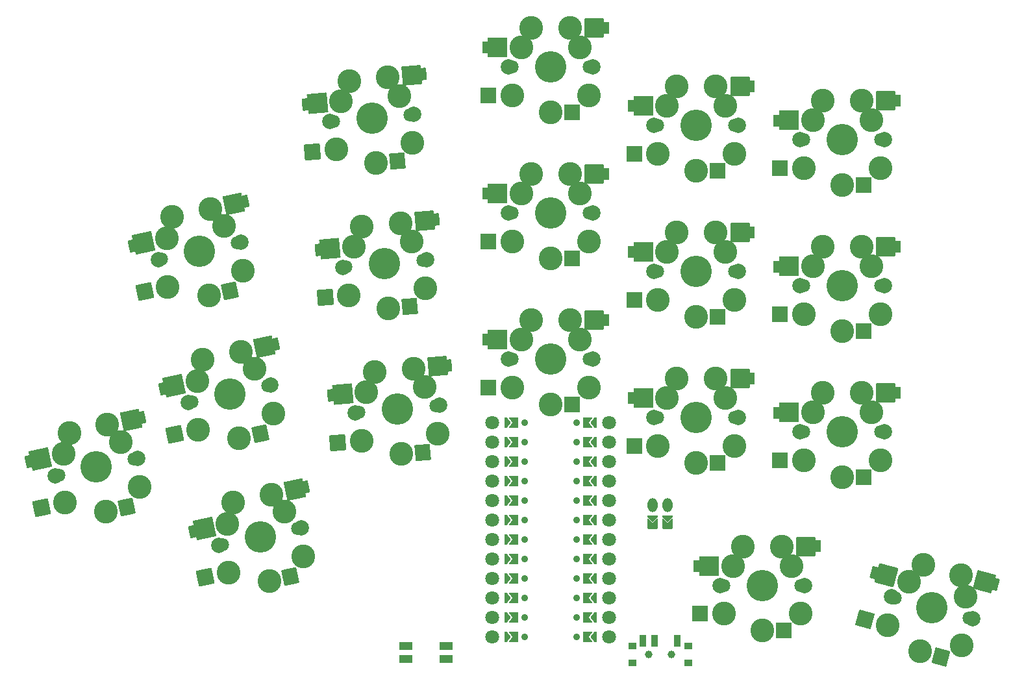
<source format=gbr>
%TF.GenerationSoftware,KiCad,Pcbnew,8.0.4*%
%TF.CreationDate,2025-04-02T23:57:16+02:00*%
%TF.ProjectId,reversible_split,72657665-7273-4696-926c-655f73706c69,v1.0.0*%
%TF.SameCoordinates,Original*%
%TF.FileFunction,Soldermask,Bot*%
%TF.FilePolarity,Negative*%
%FSLAX46Y46*%
G04 Gerber Fmt 4.6, Leading zero omitted, Abs format (unit mm)*
G04 Created by KiCad (PCBNEW 8.0.4) date 2025-04-02 23:57:16*
%MOMM*%
%LPD*%
G01*
G04 APERTURE LIST*
G04 Aperture macros list*
%AMRoundRect*
0 Rectangle with rounded corners*
0 $1 Rounding radius*
0 $2 $3 $4 $5 $6 $7 $8 $9 X,Y pos of 4 corners*
0 Add a 4 corners polygon primitive as box body*
4,1,4,$2,$3,$4,$5,$6,$7,$8,$9,$2,$3,0*
0 Add four circle primitives for the rounded corners*
1,1,$1+$1,$2,$3*
1,1,$1+$1,$4,$5*
1,1,$1+$1,$6,$7*
1,1,$1+$1,$8,$9*
0 Add four rect primitives between the rounded corners*
20,1,$1+$1,$2,$3,$4,$5,0*
20,1,$1+$1,$4,$5,$6,$7,0*
20,1,$1+$1,$6,$7,$8,$9,0*
20,1,$1+$1,$8,$9,$2,$3,0*%
%AMFreePoly0*
4,1,16,0.635355,0.285355,0.650000,0.250000,0.650000,-1.000000,0.635355,-1.035355,0.600000,-1.050000,0.564645,-1.035355,0.000000,-0.470710,-0.564645,-1.035355,-0.600000,-1.050000,-0.635355,-1.035355,-0.650000,-1.000000,-0.650000,0.250000,-0.635355,0.285355,-0.600000,0.300000,0.600000,0.300000,0.635355,0.285355,0.635355,0.285355,$1*%
%AMFreePoly1*
4,1,14,0.035355,0.435355,0.635355,-0.164645,0.650000,-0.200000,0.650000,-0.400000,0.635355,-0.435355,0.600000,-0.450000,-0.600000,-0.450000,-0.635355,-0.435355,-0.650000,-0.400000,-0.650000,-0.200000,-0.635355,-0.164645,-0.035355,0.435355,0.000000,0.450000,0.035355,0.435355,0.035355,0.435355,$1*%
%AMFreePoly2*
4,1,16,0.535355,0.660355,0.550000,0.625000,0.550000,-0.625000,0.535355,-0.660355,0.500000,-0.675000,0.250000,-0.675000,0.214645,-0.660355,0.210957,-0.656235,-0.289043,-0.031235,-0.299694,0.005522,-0.289043,0.031235,0.210957,0.656235,0.244478,0.674694,0.250000,0.675000,0.500000,0.675000,0.535355,0.660355,0.535355,0.660355,$1*%
%AMFreePoly3*
4,1,16,0.685355,0.660355,0.700000,0.625000,0.689043,0.593765,0.214031,0.000000,0.689043,-0.593765,0.699694,-0.630522,0.681235,-0.664043,0.650000,-0.675000,-0.500000,-0.675000,-0.535355,-0.660355,-0.550000,-0.625000,-0.550000,0.625000,-0.535355,0.660355,-0.500000,0.675000,0.650000,0.675000,0.685355,0.660355,0.685355,0.660355,$1*%
G04 Aperture macros list end*
%ADD10C,2.000000*%
%ADD11C,1.800000*%
%ADD12C,3.100000*%
%ADD13C,0.200000*%
%ADD14C,4.100000*%
%ADD15RoundRect,0.050000X-0.283301X-0.777651X0.414035X-0.716642X0.283301X0.777651X-0.414035X0.716642X0*%
%ADD16RoundRect,0.050000X0.909039X1.083350X-1.083350X0.909039X-0.909039X-1.083350X1.083350X-0.909039X0*%
%ADD17RoundRect,0.050000X1.136299X1.354188X-1.354188X1.136299X-1.136299X-1.354188X1.354188X-1.136299X0*%
%ADD18RoundRect,0.050000X0.859229X1.078993X-1.033541X0.913397X-0.859229X-1.078993X1.033541X-0.913397X0*%
%ADD19RoundRect,0.050000X1.090847X1.300021X-1.300021X1.090847X-1.090847X-1.300021X1.300021X-1.090847X0*%
%ADD20RoundRect,0.050000X-0.350000X-0.750000X0.350000X-0.750000X0.350000X0.750000X-0.350000X0.750000X0*%
%ADD21RoundRect,0.050000X1.000000X1.000000X-1.000000X1.000000X-1.000000X-1.000000X1.000000X-1.000000X0*%
%ADD22RoundRect,0.050000X1.250000X1.250000X-1.250000X1.250000X-1.250000X-1.250000X1.250000X-1.250000X0*%
%ADD23RoundRect,0.050000X0.950000X1.000000X-0.950000X1.000000X-0.950000X-1.000000X0.950000X-1.000000X0*%
%ADD24RoundRect,0.050000X1.200000X1.200000X-1.200000X1.200000X-1.200000X-1.200000X1.200000X-1.200000X0*%
%ADD25RoundRect,0.050000X0.500000X0.400000X-0.500000X0.400000X-0.500000X-0.400000X0.500000X-0.400000X0*%
%ADD26C,1.000000*%
%ADD27RoundRect,0.050000X0.350000X0.750000X-0.350000X0.750000X-0.350000X-0.750000X0.350000X-0.750000X0*%
%ADD28RoundRect,0.050000X-0.186418X-0.806380X0.498285X-0.660842X0.186418X0.806380X-0.498285X0.660842X0*%
%ADD29RoundRect,0.050000X0.770236X1.186059X-1.186059X0.770236X-0.770236X-1.186059X1.186059X-0.770236X0*%
%ADD30RoundRect,0.050000X0.962795X1.482574X-1.482574X0.962795X-0.962795X-1.482574X1.482574X-0.962795X0*%
%ADD31RoundRect,0.050000X0.721329X1.175664X-1.137152X0.780631X-0.721329X-1.175664X1.137152X-0.780631X0*%
%ADD32RoundRect,0.050000X0.924283X1.423271X-1.423271X0.924283X-0.924283X-1.423271X1.423271X-0.924283X0*%
%ADD33RoundRect,0.050000X-0.532188X-0.633858X0.143960X-0.815031X0.532188X0.633858X-0.143960X0.815031X0*%
%ADD34RoundRect,0.050000X1.224745X0.707107X-0.707107X1.224745X-1.224745X-0.707107X0.707107X-1.224745X0*%
%ADD35RoundRect,0.050000X1.530931X0.883883X-0.883883X1.530931X-1.530931X-0.883883X0.883883X-1.530931X0*%
%ADD36RoundRect,0.050000X1.176449X0.720048X-0.658810X1.211804X-1.176449X-0.720048X0.658810X-1.211804X0*%
%ADD37RoundRect,0.050000X1.469694X0.848528X-0.848528X1.469694X-1.469694X-0.848528X0.848528X-1.469694X0*%
%ADD38RoundRect,0.050000X-0.775000X-0.500000X0.775000X-0.500000X0.775000X0.500000X-0.775000X0.500000X0*%
%ADD39FreePoly0,180.000000*%
%ADD40O,1.300000X1.850000*%
%ADD41FreePoly1,180.000000*%
%ADD42FreePoly2,0.000000*%
%ADD43FreePoly2,180.000000*%
%ADD44C,0.900000*%
%ADD45FreePoly3,180.000000*%
%ADD46FreePoly3,0.000000*%
G04 APERTURE END LIST*
D10*
%TO.C,S5*%
X156310175Y-96564097D03*
D11*
X156728577Y-96527491D03*
D12*
X157130749Y-100206438D03*
D13*
X157753939Y-93847928D03*
D12*
X157772369Y-93886468D03*
X158816160Y-91245444D03*
D14*
X161789246Y-96084740D03*
D12*
X162303465Y-101962289D03*
X163876829Y-90802695D03*
X165363373Y-93222341D03*
X165363373Y-93222341D03*
D13*
X165374829Y-93181187D03*
D12*
X167092696Y-99334882D03*
D11*
X166849915Y-95641989D03*
D10*
X167268317Y-95605383D03*
D15*
X153103702Y-94335077D03*
D16*
X154042545Y-100476622D03*
D17*
X154694127Y-94155780D03*
D18*
X165092810Y-101718252D03*
D19*
X167024805Y-90527283D03*
D15*
X168517354Y-90376628D03*
%TD*%
D10*
%TO.C,S13*%
X195274991Y-59075522D03*
D11*
X195694991Y-59075522D03*
D12*
X195774991Y-62775522D03*
D13*
X196949991Y-56495522D03*
D12*
X196964991Y-56535520D03*
X198234991Y-53995520D03*
D14*
X200774991Y-59075522D03*
D12*
X200774991Y-64975522D03*
X203314991Y-53995522D03*
X204584991Y-56535522D03*
X204584991Y-56535522D03*
D13*
X204599991Y-56495522D03*
D12*
X205774990Y-62775522D03*
D11*
X205854991Y-59075522D03*
D10*
X206274991Y-59075522D03*
D20*
X192274991Y-56575522D03*
D21*
X192674991Y-62775522D03*
D22*
X193874991Y-56535523D03*
D23*
X203574991Y-64975522D03*
D24*
X206474992Y-53995522D03*
D20*
X207974991Y-53975523D03*
%TD*%
D25*
%TO.C,PWR1*%
X199712495Y-126951521D03*
X192412493Y-126951521D03*
D26*
X197562495Y-128061520D03*
X194562493Y-128061521D03*
D25*
X192412494Y-129161519D03*
X199712493Y-129161522D03*
D27*
X198312494Y-126301521D03*
X195312493Y-126301521D03*
X193812494Y-126301521D03*
%TD*%
D10*
%TO.C,S7*%
X152989541Y-58609078D03*
D11*
X153407943Y-58572472D03*
D12*
X153810115Y-62251419D03*
D13*
X154433305Y-55892909D03*
D12*
X154451735Y-55931449D03*
X155495526Y-53290425D03*
D14*
X158468612Y-58129721D03*
D12*
X158982831Y-64007270D03*
X160556195Y-52847676D03*
X162042739Y-55267322D03*
X162042739Y-55267322D03*
D13*
X162054195Y-55226168D03*
D12*
X163772062Y-61379863D03*
D11*
X163529281Y-57686970D03*
D10*
X163947683Y-57650364D03*
D15*
X149783068Y-56380058D03*
D16*
X150721911Y-62521603D03*
D17*
X151373493Y-56200761D03*
D18*
X161772176Y-63763233D03*
D19*
X163704171Y-52572264D03*
D15*
X165196720Y-52421609D03*
%TD*%
D10*
%TO.C,S3*%
X134565706Y-95249583D03*
D11*
X134976528Y-95162260D03*
D12*
X135824052Y-98764774D03*
D13*
X135667691Y-92377710D03*
D12*
X135690680Y-92413717D03*
X136404832Y-89665175D03*
D14*
X139945518Y-94106069D03*
D12*
X141172197Y-99877140D03*
X141373822Y-88608983D03*
X143144165Y-90829432D03*
X143144165Y-90829432D03*
D13*
X143150520Y-90787187D03*
D12*
X145605529Y-96685657D03*
D11*
X144914508Y-93049878D03*
D10*
X145325330Y-92962555D03*
D28*
X131111484Y-93427950D03*
D29*
X132791796Y-99409300D03*
D30*
X132668204Y-93056163D03*
D31*
X143911010Y-99294986D03*
D32*
X144464768Y-87951983D03*
D28*
X145927831Y-87620552D03*
%TD*%
D10*
%TO.C,S16*%
X214274994Y-60980523D03*
D11*
X214694994Y-60980523D03*
D12*
X214774994Y-64680523D03*
D13*
X215949994Y-58400523D03*
D12*
X215964994Y-58440521D03*
X217234994Y-55900521D03*
D14*
X219774994Y-60980523D03*
D12*
X219774994Y-66880523D03*
X222314994Y-55900523D03*
X223584994Y-58440523D03*
X223584994Y-58440523D03*
D13*
X223599994Y-58400523D03*
D12*
X224774993Y-64680523D03*
D11*
X224854994Y-60980523D03*
D10*
X225274994Y-60980523D03*
D20*
X211274994Y-58480523D03*
D21*
X211674994Y-64680523D03*
D22*
X212874994Y-58440524D03*
D23*
X222574994Y-66880523D03*
D24*
X225474995Y-55900523D03*
D20*
X226974994Y-55880524D03*
%TD*%
D10*
%TO.C,S15*%
X214274992Y-80030523D03*
D11*
X214694992Y-80030523D03*
D12*
X214774992Y-83730523D03*
D13*
X215949992Y-77450523D03*
D12*
X215964992Y-77490521D03*
X217234992Y-74950521D03*
D14*
X219774992Y-80030523D03*
D12*
X219774992Y-85930523D03*
X222314992Y-74950523D03*
X223584992Y-77490523D03*
X223584992Y-77490523D03*
D13*
X223599992Y-77450523D03*
D12*
X224774991Y-83730523D03*
D11*
X224854992Y-80030523D03*
D10*
X225274992Y-80030523D03*
D20*
X211274992Y-77530523D03*
D21*
X211674992Y-83730523D03*
D22*
X212874992Y-77490524D03*
D23*
X222574992Y-85930523D03*
D24*
X225474993Y-74950523D03*
D20*
X226974992Y-74930524D03*
%TD*%
D10*
%TO.C,S18*%
X226211693Y-120579148D03*
D11*
X226617382Y-120687853D03*
D12*
X225737024Y-124282485D03*
D13*
X228497372Y-118520583D03*
D12*
X228501508Y-118563101D03*
X230385634Y-116438350D03*
D14*
X231524285Y-122002654D03*
D12*
X229997253Y-127701616D03*
X235292537Y-117753151D03*
X235861863Y-120535303D03*
X235861863Y-120535303D03*
D13*
X235886705Y-120500548D03*
D12*
X235396284Y-126870675D03*
D11*
X236431188Y-123317455D03*
D10*
X236836877Y-123426160D03*
D33*
X223960961Y-117387878D03*
D34*
X222742655Y-123480145D03*
D35*
X225516797Y-117763351D03*
D36*
X232701845Y-128426310D03*
D37*
X238344863Y-118571019D03*
D33*
X239798928Y-118939929D03*
%TD*%
D10*
%TO.C,S12*%
X195274992Y-78125520D03*
D11*
X195694992Y-78125520D03*
D12*
X195774992Y-81825520D03*
D13*
X196949992Y-75545520D03*
D12*
X196964992Y-75585518D03*
X198234992Y-73045518D03*
D14*
X200774992Y-78125520D03*
D12*
X200774992Y-84025520D03*
X203314992Y-73045520D03*
X204584992Y-75585520D03*
X204584992Y-75585520D03*
D13*
X204599992Y-75545520D03*
D12*
X205774991Y-81825520D03*
D11*
X205854992Y-78125520D03*
D10*
X206274992Y-78125520D03*
D20*
X192274992Y-75625520D03*
D21*
X192674992Y-81825520D03*
D22*
X193874992Y-75585521D03*
D23*
X203574992Y-84025520D03*
D24*
X206474993Y-73045520D03*
D20*
X207974992Y-73025521D03*
%TD*%
D10*
%TO.C,S14*%
X214274991Y-99080524D03*
D11*
X214694991Y-99080524D03*
D12*
X214774991Y-102780524D03*
D13*
X215949991Y-96500524D03*
D12*
X215964991Y-96540522D03*
X217234991Y-94000522D03*
D14*
X219774991Y-99080524D03*
D12*
X219774991Y-104980524D03*
X222314991Y-94000524D03*
X223584991Y-96540524D03*
X223584991Y-96540524D03*
D13*
X223599991Y-96500524D03*
D12*
X224774990Y-102780524D03*
D11*
X224854991Y-99080524D03*
D10*
X225274991Y-99080524D03*
D20*
X211274991Y-96580524D03*
D21*
X211674991Y-102780524D03*
D22*
X212874991Y-96540525D03*
D23*
X222574991Y-104980524D03*
D24*
X225474992Y-94000524D03*
D20*
X226974991Y-93980525D03*
%TD*%
D10*
%TO.C,S2*%
X138526430Y-113883292D03*
D11*
X138937252Y-113795969D03*
D12*
X139784776Y-117398483D03*
D13*
X139628415Y-111011419D03*
D12*
X139651404Y-111047426D03*
X140365556Y-108298884D03*
D14*
X143906242Y-112739778D03*
D12*
X145132921Y-118510849D03*
X145334546Y-107242692D03*
X147104889Y-109463141D03*
X147104889Y-109463141D03*
D13*
X147111244Y-109420896D03*
D12*
X149566253Y-115319366D03*
D11*
X148875232Y-111683587D03*
D10*
X149286054Y-111596264D03*
D28*
X135072208Y-112061659D03*
D29*
X136752520Y-118043009D03*
D30*
X136628928Y-111689872D03*
D31*
X147871734Y-117928695D03*
D32*
X148425492Y-106585692D03*
D28*
X149888555Y-106254261D03*
%TD*%
D10*
%TO.C,S6*%
X154649863Y-77586588D03*
D11*
X155068265Y-77549982D03*
D12*
X155470437Y-81228929D03*
D13*
X156093627Y-74870419D03*
D12*
X156112057Y-74908959D03*
X157155848Y-72267935D03*
D14*
X160128934Y-77107231D03*
D12*
X160643153Y-82984780D03*
X162216517Y-71825186D03*
X163703061Y-74244832D03*
X163703061Y-74244832D03*
D13*
X163714517Y-74203678D03*
D12*
X165432384Y-80357373D03*
D11*
X165189603Y-76664480D03*
D10*
X165608005Y-76627874D03*
D15*
X151443390Y-75357568D03*
D16*
X152382233Y-81499113D03*
D17*
X153033815Y-75178271D03*
D18*
X163432498Y-82740743D03*
D19*
X165364493Y-71549774D03*
D15*
X166857042Y-71399119D03*
%TD*%
D10*
%TO.C,S11*%
X195274991Y-97175522D03*
D11*
X195694991Y-97175522D03*
D12*
X195774991Y-100875522D03*
D13*
X196949991Y-94595522D03*
D12*
X196964991Y-94635520D03*
X198234991Y-92095520D03*
D14*
X200774991Y-97175522D03*
D12*
X200774991Y-103075522D03*
X203314991Y-92095522D03*
X204584991Y-94635522D03*
X204584991Y-94635522D03*
D13*
X204599991Y-94595522D03*
D12*
X205774990Y-100875522D03*
D11*
X205854991Y-97175522D03*
D10*
X206274991Y-97175522D03*
D20*
X192274991Y-94675522D03*
D21*
X192674991Y-100875522D03*
D22*
X193874991Y-94635523D03*
D23*
X203574991Y-103075522D03*
D24*
X206474992Y-92095522D03*
D20*
X207974991Y-92075523D03*
%TD*%
D10*
%TO.C,S8*%
X176274992Y-89555523D03*
D11*
X176694992Y-89555523D03*
D12*
X176774992Y-93255523D03*
D13*
X177949992Y-86975523D03*
D12*
X177964992Y-87015521D03*
X179234992Y-84475521D03*
D14*
X181774992Y-89555523D03*
D12*
X181774992Y-95455523D03*
X184314992Y-84475523D03*
X185584992Y-87015523D03*
X185584992Y-87015523D03*
D13*
X185599992Y-86975523D03*
D12*
X186774991Y-93255523D03*
D11*
X186854992Y-89555523D03*
D10*
X187274992Y-89555523D03*
D20*
X173274992Y-87055523D03*
D21*
X173674992Y-93255523D03*
D22*
X174874992Y-87015524D03*
D23*
X184574992Y-95455523D03*
D24*
X187474993Y-84475523D03*
D20*
X188974992Y-84455524D03*
%TD*%
D10*
%TO.C,S10*%
X176274991Y-51455525D03*
D11*
X176694991Y-51455525D03*
D12*
X176774991Y-55155525D03*
D13*
X177949991Y-48875525D03*
D12*
X177964991Y-48915523D03*
X179234991Y-46375523D03*
D14*
X181774991Y-51455525D03*
D12*
X181774991Y-57355525D03*
X184314991Y-46375525D03*
X185584991Y-48915525D03*
X185584991Y-48915525D03*
D13*
X185599991Y-48875525D03*
D12*
X186774990Y-55155525D03*
D11*
X186854991Y-51455525D03*
D10*
X187274991Y-51455525D03*
D20*
X173274991Y-48955525D03*
D21*
X173674991Y-55155525D03*
D22*
X174874991Y-48915526D03*
D23*
X184574991Y-57355525D03*
D24*
X187474992Y-46375525D03*
D20*
X188974991Y-46355526D03*
%TD*%
D10*
%TO.C,S1*%
X117169120Y-104790015D03*
D11*
X117579942Y-104702692D03*
D12*
X118427466Y-108305206D03*
D13*
X118271105Y-101918142D03*
D12*
X118294094Y-101954149D03*
X119008246Y-99205607D03*
D14*
X122548932Y-103646501D03*
D12*
X123775611Y-109417572D03*
X123977236Y-98149415D03*
X125747579Y-100369864D03*
X125747579Y-100369864D03*
D13*
X125753934Y-100327619D03*
D12*
X128208943Y-106226089D03*
D11*
X127517922Y-102590310D03*
D10*
X127928744Y-102502987D03*
D28*
X113714898Y-102968382D03*
D29*
X115395210Y-108949732D03*
D30*
X115271618Y-102596595D03*
D31*
X126514424Y-108835418D03*
D32*
X127068182Y-97492415D03*
D28*
X128531245Y-97160984D03*
%TD*%
D38*
%TO.C,RST1*%
X168157488Y-128696021D03*
X168157488Y-126996021D03*
X162907488Y-128696021D03*
X162907488Y-126996021D03*
%TD*%
D10*
%TO.C,S9*%
X176274994Y-70505524D03*
D11*
X176694994Y-70505524D03*
D12*
X176774994Y-74205524D03*
D13*
X177949994Y-67925524D03*
D12*
X177964994Y-67965522D03*
X179234994Y-65425522D03*
D14*
X181774994Y-70505524D03*
D12*
X181774994Y-76405524D03*
X184314994Y-65425524D03*
X185584994Y-67965524D03*
X185584994Y-67965524D03*
D13*
X185599994Y-67925524D03*
D12*
X186774993Y-74205524D03*
D11*
X186854994Y-70505524D03*
D10*
X187274994Y-70505524D03*
D20*
X173274994Y-68005524D03*
D21*
X173674994Y-74205524D03*
D22*
X174874994Y-67965525D03*
D23*
X184574994Y-76405524D03*
D24*
X187474995Y-65425524D03*
D20*
X188974994Y-65405525D03*
%TD*%
D10*
%TO.C,S4*%
X130604991Y-76615872D03*
D11*
X131015813Y-76528549D03*
D12*
X131863337Y-80131063D03*
D13*
X131706976Y-73743999D03*
D12*
X131729965Y-73780006D03*
X132444117Y-71031464D03*
D14*
X135984803Y-75472358D03*
D12*
X137211482Y-81243429D03*
X137413107Y-69975272D03*
X139183450Y-72195721D03*
X139183450Y-72195721D03*
D13*
X139189805Y-72153476D03*
D12*
X141644814Y-78051946D03*
D11*
X140953793Y-74416167D03*
D10*
X141364615Y-74328844D03*
D28*
X127150769Y-74794239D03*
D29*
X128831081Y-80775589D03*
D30*
X128707489Y-74422452D03*
D31*
X139950295Y-80661275D03*
D32*
X140504053Y-69318272D03*
D28*
X141967116Y-68986841D03*
%TD*%
D10*
%TO.C,S17*%
X203847487Y-119083023D03*
D11*
X204267487Y-119083023D03*
D12*
X204347487Y-122783023D03*
D13*
X205522487Y-116503023D03*
D12*
X205537487Y-116543021D03*
X206807487Y-114003021D03*
D14*
X209347487Y-119083023D03*
D12*
X209347487Y-124983023D03*
X211887487Y-114003023D03*
X213157487Y-116543023D03*
X213157487Y-116543023D03*
D13*
X213172487Y-116503023D03*
D12*
X214347486Y-122783023D03*
D11*
X214427487Y-119083023D03*
D10*
X214847487Y-119083023D03*
D20*
X200847487Y-116583023D03*
D21*
X201247487Y-122783023D03*
D22*
X202447487Y-116543024D03*
D23*
X212147487Y-124983023D03*
D24*
X215047488Y-114003023D03*
D20*
X216547487Y-113983024D03*
%TD*%
D39*
%TO.C,JST1*%
X197062491Y-111421525D03*
X195062491Y-111421525D03*
D40*
X195062491Y-108605525D03*
X197062491Y-108605525D03*
D41*
X195062491Y-110405525D03*
X197062491Y-110405525D03*
%TD*%
D11*
%TO.C,MCU1*%
X189394985Y-125782276D03*
D42*
X187274985Y-125782274D03*
D11*
X189394988Y-123242274D03*
D42*
X187274988Y-123242274D03*
D11*
X189394988Y-120702274D03*
D42*
X187274988Y-120702274D03*
D11*
X189394988Y-118162274D03*
D42*
X187274988Y-118162273D03*
D11*
X189394988Y-115622274D03*
D42*
X187274988Y-115622274D03*
D11*
X189394989Y-113082274D03*
D42*
X187274988Y-113082274D03*
D11*
X189394988Y-110542274D03*
D42*
X187274988Y-110542274D03*
D11*
X189394988Y-108002274D03*
D42*
X187274988Y-108002274D03*
D11*
X189394988Y-105462274D03*
D42*
X187274988Y-105462274D03*
D11*
X189394989Y-102922274D03*
D42*
X187274988Y-102922274D03*
D11*
X189394988Y-100382274D03*
D42*
X187274988Y-100382274D03*
D11*
X189394988Y-97842274D03*
D42*
X187274988Y-97842274D03*
D43*
X176274990Y-97842274D03*
D11*
X174154988Y-97842273D03*
D43*
X176274991Y-100382274D03*
D11*
X174154991Y-100382272D03*
D43*
X176274988Y-102922274D03*
D11*
X174154988Y-102922274D03*
D43*
X176274988Y-105462274D03*
D11*
X174154988Y-105462274D03*
D43*
X176274988Y-108002275D03*
D11*
X174154988Y-108002274D03*
D43*
X176274988Y-110542274D03*
D11*
X174154988Y-110542274D03*
D43*
X176274988Y-113082274D03*
D11*
X174154987Y-113082274D03*
D43*
X176274988Y-115622274D03*
D11*
X174154988Y-115622274D03*
D43*
X176274988Y-118162274D03*
D11*
X174154988Y-118162274D03*
D43*
X176274988Y-120702274D03*
D11*
X174154988Y-120702274D03*
D43*
X176274988Y-123242274D03*
D11*
X174154987Y-123242274D03*
D43*
X176274988Y-125782274D03*
D11*
X174154988Y-125782274D03*
D44*
X185174986Y-125782274D03*
D45*
X176999988Y-125782274D03*
D44*
X185174988Y-123242274D03*
D45*
X176999989Y-123242273D03*
D44*
X185174988Y-120702274D03*
D45*
X176999989Y-120702274D03*
D44*
X185174987Y-118162274D03*
D45*
X176999985Y-118162274D03*
D44*
X185174988Y-115622274D03*
D45*
X176999988Y-115622274D03*
D44*
X185174989Y-113082274D03*
D45*
X176999988Y-113082274D03*
D44*
X185174988Y-110542274D03*
D45*
X176999988Y-110542274D03*
D44*
X185174988Y-108002274D03*
D45*
X176999985Y-108002274D03*
D44*
X185174988Y-105462274D03*
D45*
X176999988Y-105462274D03*
D44*
X185174988Y-102922274D03*
D45*
X176999988Y-102922274D03*
D44*
X185174988Y-100382274D03*
D45*
X176999988Y-100382274D03*
D44*
X185174986Y-97842274D03*
D45*
X176999988Y-97842274D03*
D46*
X186549988Y-97842274D03*
D44*
X178374989Y-97842273D03*
D46*
X186549988Y-100382274D03*
D44*
X178374990Y-100382274D03*
D46*
X186549987Y-102922275D03*
D44*
X178374988Y-102922274D03*
D46*
X186549987Y-105462274D03*
D44*
X178374988Y-105462274D03*
D46*
X186549991Y-108002274D03*
D44*
X178374989Y-108002274D03*
D46*
X186549988Y-110542274D03*
D44*
X178374988Y-110542274D03*
D46*
X186549988Y-113082274D03*
D44*
X178374987Y-113082274D03*
D46*
X186549988Y-115622274D03*
D44*
X178374988Y-115622274D03*
D46*
X186549991Y-118162274D03*
D44*
X178374988Y-118162274D03*
D46*
X186549988Y-120702274D03*
D44*
X178374988Y-120702274D03*
D46*
X186549988Y-123242274D03*
D44*
X178374988Y-123242274D03*
D46*
X186549988Y-125782274D03*
D44*
X178374988Y-125782274D03*
%TD*%
M02*

</source>
